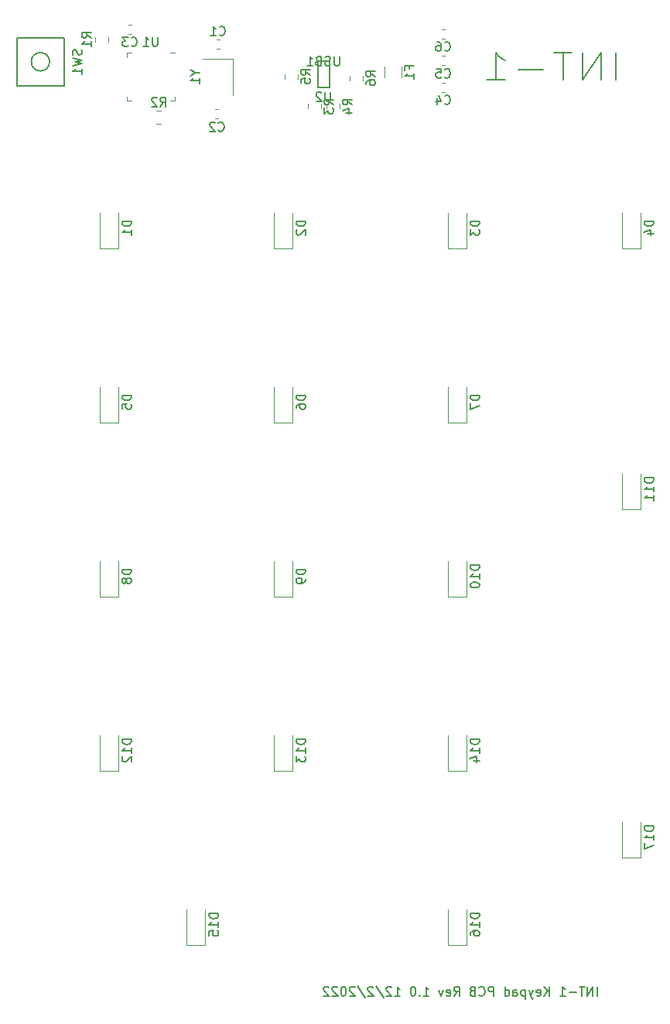
<source format=gbr>
G04 #@! TF.GenerationSoftware,KiCad,Pcbnew,(5.1.4)-1*
G04 #@! TF.CreationDate,2022-02-13T22:58:11-05:00*
G04 #@! TF.ProjectId,INT-1,494e542d-312e-46b6-9963-61645f706362,rev?*
G04 #@! TF.SameCoordinates,Original*
G04 #@! TF.FileFunction,Legend,Bot*
G04 #@! TF.FilePolarity,Positive*
%FSLAX46Y46*%
G04 Gerber Fmt 4.6, Leading zero omitted, Abs format (unit mm)*
G04 Created by KiCad (PCBNEW (5.1.4)-1) date 2022-02-13 22:58:11*
%MOMM*%
%LPD*%
G04 APERTURE LIST*
%ADD10C,0.150000*%
%ADD11C,0.120000*%
G04 APERTURE END LIST*
D10*
X182084380Y-144851380D02*
X182084380Y-143851380D01*
X181608190Y-144851380D02*
X181608190Y-143851380D01*
X181036761Y-144851380D01*
X181036761Y-143851380D01*
X180703428Y-143851380D02*
X180132000Y-143851380D01*
X180417714Y-144851380D02*
X180417714Y-143851380D01*
X179798666Y-144470428D02*
X179036761Y-144470428D01*
X178036761Y-144851380D02*
X178608190Y-144851380D01*
X178322476Y-144851380D02*
X178322476Y-143851380D01*
X178417714Y-143994238D01*
X178512952Y-144089476D01*
X178608190Y-144137095D01*
X176846285Y-144851380D02*
X176846285Y-143851380D01*
X176274857Y-144851380D02*
X176703428Y-144279952D01*
X176274857Y-143851380D02*
X176846285Y-144422809D01*
X175465333Y-144803761D02*
X175560571Y-144851380D01*
X175751047Y-144851380D01*
X175846285Y-144803761D01*
X175893904Y-144708523D01*
X175893904Y-144327571D01*
X175846285Y-144232333D01*
X175751047Y-144184714D01*
X175560571Y-144184714D01*
X175465333Y-144232333D01*
X175417714Y-144327571D01*
X175417714Y-144422809D01*
X175893904Y-144518047D01*
X175084380Y-144184714D02*
X174846285Y-144851380D01*
X174608190Y-144184714D02*
X174846285Y-144851380D01*
X174941523Y-145089476D01*
X174989142Y-145137095D01*
X175084380Y-145184714D01*
X174227238Y-144184714D02*
X174227238Y-145184714D01*
X174227238Y-144232333D02*
X174132000Y-144184714D01*
X173941523Y-144184714D01*
X173846285Y-144232333D01*
X173798666Y-144279952D01*
X173751047Y-144375190D01*
X173751047Y-144660904D01*
X173798666Y-144756142D01*
X173846285Y-144803761D01*
X173941523Y-144851380D01*
X174132000Y-144851380D01*
X174227238Y-144803761D01*
X172893904Y-144851380D02*
X172893904Y-144327571D01*
X172941523Y-144232333D01*
X173036761Y-144184714D01*
X173227238Y-144184714D01*
X173322476Y-144232333D01*
X172893904Y-144803761D02*
X172989142Y-144851380D01*
X173227238Y-144851380D01*
X173322476Y-144803761D01*
X173370095Y-144708523D01*
X173370095Y-144613285D01*
X173322476Y-144518047D01*
X173227238Y-144470428D01*
X172989142Y-144470428D01*
X172893904Y-144422809D01*
X171989142Y-144851380D02*
X171989142Y-143851380D01*
X171989142Y-144803761D02*
X172084380Y-144851380D01*
X172274857Y-144851380D01*
X172370095Y-144803761D01*
X172417714Y-144756142D01*
X172465333Y-144660904D01*
X172465333Y-144375190D01*
X172417714Y-144279952D01*
X172370095Y-144232333D01*
X172274857Y-144184714D01*
X172084380Y-144184714D01*
X171989142Y-144232333D01*
X170751047Y-144851380D02*
X170751047Y-143851380D01*
X170370095Y-143851380D01*
X170274857Y-143899000D01*
X170227238Y-143946619D01*
X170179619Y-144041857D01*
X170179619Y-144184714D01*
X170227238Y-144279952D01*
X170274857Y-144327571D01*
X170370095Y-144375190D01*
X170751047Y-144375190D01*
X169179619Y-144756142D02*
X169227238Y-144803761D01*
X169370095Y-144851380D01*
X169465333Y-144851380D01*
X169608190Y-144803761D01*
X169703428Y-144708523D01*
X169751047Y-144613285D01*
X169798666Y-144422809D01*
X169798666Y-144279952D01*
X169751047Y-144089476D01*
X169703428Y-143994238D01*
X169608190Y-143899000D01*
X169465333Y-143851380D01*
X169370095Y-143851380D01*
X169227238Y-143899000D01*
X169179619Y-143946619D01*
X168417714Y-144327571D02*
X168274857Y-144375190D01*
X168227238Y-144422809D01*
X168179619Y-144518047D01*
X168179619Y-144660904D01*
X168227238Y-144756142D01*
X168274857Y-144803761D01*
X168370095Y-144851380D01*
X168751047Y-144851380D01*
X168751047Y-143851380D01*
X168417714Y-143851380D01*
X168322476Y-143899000D01*
X168274857Y-143946619D01*
X168227238Y-144041857D01*
X168227238Y-144137095D01*
X168274857Y-144232333D01*
X168322476Y-144279952D01*
X168417714Y-144327571D01*
X168751047Y-144327571D01*
X166417714Y-144851380D02*
X166751047Y-144375190D01*
X166989142Y-144851380D02*
X166989142Y-143851380D01*
X166608190Y-143851380D01*
X166512952Y-143899000D01*
X166465333Y-143946619D01*
X166417714Y-144041857D01*
X166417714Y-144184714D01*
X166465333Y-144279952D01*
X166512952Y-144327571D01*
X166608190Y-144375190D01*
X166989142Y-144375190D01*
X165608190Y-144803761D02*
X165703428Y-144851380D01*
X165893904Y-144851380D01*
X165989142Y-144803761D01*
X166036761Y-144708523D01*
X166036761Y-144327571D01*
X165989142Y-144232333D01*
X165893904Y-144184714D01*
X165703428Y-144184714D01*
X165608190Y-144232333D01*
X165560571Y-144327571D01*
X165560571Y-144422809D01*
X166036761Y-144518047D01*
X165227238Y-144184714D02*
X164989142Y-144851380D01*
X164751047Y-144184714D01*
X163084380Y-144851380D02*
X163655809Y-144851380D01*
X163370095Y-144851380D02*
X163370095Y-143851380D01*
X163465333Y-143994238D01*
X163560571Y-144089476D01*
X163655809Y-144137095D01*
X162655809Y-144756142D02*
X162608190Y-144803761D01*
X162655809Y-144851380D01*
X162703428Y-144803761D01*
X162655809Y-144756142D01*
X162655809Y-144851380D01*
X161989142Y-143851380D02*
X161893904Y-143851380D01*
X161798666Y-143899000D01*
X161751047Y-143946619D01*
X161703428Y-144041857D01*
X161655809Y-144232333D01*
X161655809Y-144470428D01*
X161703428Y-144660904D01*
X161751047Y-144756142D01*
X161798666Y-144803761D01*
X161893904Y-144851380D01*
X161989142Y-144851380D01*
X162084380Y-144803761D01*
X162132000Y-144756142D01*
X162179619Y-144660904D01*
X162227238Y-144470428D01*
X162227238Y-144232333D01*
X162179619Y-144041857D01*
X162132000Y-143946619D01*
X162084380Y-143899000D01*
X161989142Y-143851380D01*
X159941523Y-144851380D02*
X160512952Y-144851380D01*
X160227238Y-144851380D02*
X160227238Y-143851380D01*
X160322476Y-143994238D01*
X160417714Y-144089476D01*
X160512952Y-144137095D01*
X159560571Y-143946619D02*
X159512952Y-143899000D01*
X159417714Y-143851380D01*
X159179619Y-143851380D01*
X159084380Y-143899000D01*
X159036761Y-143946619D01*
X158989142Y-144041857D01*
X158989142Y-144137095D01*
X159036761Y-144279952D01*
X159608190Y-144851380D01*
X158989142Y-144851380D01*
X157846285Y-143803761D02*
X158703428Y-145089476D01*
X157560571Y-143946619D02*
X157512952Y-143899000D01*
X157417714Y-143851380D01*
X157179619Y-143851380D01*
X157084380Y-143899000D01*
X157036761Y-143946619D01*
X156989142Y-144041857D01*
X156989142Y-144137095D01*
X157036761Y-144279952D01*
X157608190Y-144851380D01*
X156989142Y-144851380D01*
X155846285Y-143803761D02*
X156703428Y-145089476D01*
X155560571Y-143946619D02*
X155512952Y-143899000D01*
X155417714Y-143851380D01*
X155179619Y-143851380D01*
X155084380Y-143899000D01*
X155036761Y-143946619D01*
X154989142Y-144041857D01*
X154989142Y-144137095D01*
X155036761Y-144279952D01*
X155608190Y-144851380D01*
X154989142Y-144851380D01*
X154370095Y-143851380D02*
X154274857Y-143851380D01*
X154179619Y-143899000D01*
X154132000Y-143946619D01*
X154084380Y-144041857D01*
X154036761Y-144232333D01*
X154036761Y-144470428D01*
X154084380Y-144660904D01*
X154132000Y-144756142D01*
X154179619Y-144803761D01*
X154274857Y-144851380D01*
X154370095Y-144851380D01*
X154465333Y-144803761D01*
X154512952Y-144756142D01*
X154560571Y-144660904D01*
X154608190Y-144470428D01*
X154608190Y-144232333D01*
X154560571Y-144041857D01*
X154512952Y-143946619D01*
X154465333Y-143899000D01*
X154370095Y-143851380D01*
X153655809Y-143946619D02*
X153608190Y-143899000D01*
X153512952Y-143851380D01*
X153274857Y-143851380D01*
X153179619Y-143899000D01*
X153132000Y-143946619D01*
X153084380Y-144041857D01*
X153084380Y-144137095D01*
X153132000Y-144279952D01*
X153703428Y-144851380D01*
X153084380Y-144851380D01*
X152703428Y-143946619D02*
X152655809Y-143899000D01*
X152560571Y-143851380D01*
X152322476Y-143851380D01*
X152227238Y-143899000D01*
X152179619Y-143946619D01*
X152132000Y-144041857D01*
X152132000Y-144137095D01*
X152179619Y-144279952D01*
X152751047Y-144851380D01*
X152132000Y-144851380D01*
X184165000Y-44664142D02*
X184165000Y-41664142D01*
X182498333Y-44664142D02*
X182498333Y-41664142D01*
X180498333Y-44664142D01*
X180498333Y-41664142D01*
X179331666Y-41664142D02*
X177331666Y-41664142D01*
X178331666Y-44664142D02*
X178331666Y-41664142D01*
X176165000Y-43521285D02*
X173498333Y-43521285D01*
X169998333Y-44664142D02*
X171998333Y-44664142D01*
X170998333Y-44664142D02*
X170998333Y-41664142D01*
X171331666Y-42092714D01*
X171665000Y-42378428D01*
X171998333Y-42521285D01*
D11*
X142239000Y-42323000D02*
X142239000Y-46323000D01*
X138939000Y-42323000D02*
X142239000Y-42323000D01*
D10*
X151496000Y-42619000D02*
X151496000Y-45519000D01*
X151496000Y-42619000D02*
X152796000Y-42619000D01*
X152796000Y-42619000D02*
X152796000Y-45519000D01*
X152796000Y-45519000D02*
X151496000Y-45519000D01*
D11*
X135358000Y-41713000D02*
X135833000Y-41713000D01*
X130613000Y-46933000D02*
X130613000Y-46458000D01*
X131088000Y-46933000D02*
X130613000Y-46933000D01*
X135833000Y-46933000D02*
X135833000Y-46458000D01*
X135358000Y-46933000D02*
X135833000Y-46933000D01*
X130613000Y-41713000D02*
X130613000Y-42188000D01*
X131088000Y-41713000D02*
X130613000Y-41713000D01*
D10*
X118558000Y-40072000D02*
X118558000Y-45272000D01*
X118558000Y-45272000D02*
X123758000Y-45272000D01*
X123758000Y-45272000D02*
X123758000Y-40072000D01*
X123758000Y-40072000D02*
X118558000Y-40072000D01*
X122158000Y-42672000D02*
G75*
G03X122158000Y-42672000I-1000000J0D01*
G01*
D11*
X154992000Y-44708578D02*
X154992000Y-44191422D01*
X156412000Y-44708578D02*
X156412000Y-44191422D01*
X147880000Y-44533078D02*
X147880000Y-44015922D01*
X149300000Y-44533078D02*
X149300000Y-44015922D01*
X152452000Y-47805078D02*
X152452000Y-47287922D01*
X153872000Y-47805078D02*
X153872000Y-47287922D01*
X150420000Y-47805078D02*
X150420000Y-47287922D01*
X151840000Y-47805078D02*
X151840000Y-47287922D01*
X134370578Y-49478000D02*
X133853422Y-49478000D01*
X134370578Y-48058000D02*
X133853422Y-48058000D01*
X128599000Y-39951922D02*
X128599000Y-40469078D01*
X127179000Y-39951922D02*
X127179000Y-40469078D01*
X158856000Y-44417064D02*
X158856000Y-43212936D01*
X160676000Y-44417064D02*
X160676000Y-43212936D01*
X186801000Y-129758000D02*
X186801000Y-125858000D01*
X184801000Y-129758000D02*
X184801000Y-125858000D01*
X186801000Y-129758000D02*
X184801000Y-129758000D01*
X167751000Y-139283000D02*
X167751000Y-135383000D01*
X165751000Y-139283000D02*
X165751000Y-135383000D01*
X167751000Y-139283000D02*
X165751000Y-139283000D01*
X139176000Y-139283000D02*
X139176000Y-135383000D01*
X137176000Y-139283000D02*
X137176000Y-135383000D01*
X139176000Y-139283000D02*
X137176000Y-139283000D01*
X167751000Y-120233000D02*
X167751000Y-116333000D01*
X165751000Y-120233000D02*
X165751000Y-116333000D01*
X167751000Y-120233000D02*
X165751000Y-120233000D01*
X148701000Y-120233000D02*
X148701000Y-116333000D01*
X146701000Y-120233000D02*
X146701000Y-116333000D01*
X148701000Y-120233000D02*
X146701000Y-120233000D01*
X129651000Y-120233000D02*
X129651000Y-116333000D01*
X127651000Y-120233000D02*
X127651000Y-116333000D01*
X129651000Y-120233000D02*
X127651000Y-120233000D01*
X186801000Y-91658000D02*
X186801000Y-87758000D01*
X184801000Y-91658000D02*
X184801000Y-87758000D01*
X186801000Y-91658000D02*
X184801000Y-91658000D01*
X167751000Y-101183000D02*
X167751000Y-97283000D01*
X165751000Y-101183000D02*
X165751000Y-97283000D01*
X167751000Y-101183000D02*
X165751000Y-101183000D01*
X148701000Y-101183000D02*
X148701000Y-97283000D01*
X146701000Y-101183000D02*
X146701000Y-97283000D01*
X148701000Y-101183000D02*
X146701000Y-101183000D01*
X129651000Y-101183000D02*
X129651000Y-97283000D01*
X127651000Y-101183000D02*
X127651000Y-97283000D01*
X129651000Y-101183000D02*
X127651000Y-101183000D01*
X167751000Y-82133000D02*
X167751000Y-78233000D01*
X165751000Y-82133000D02*
X165751000Y-78233000D01*
X167751000Y-82133000D02*
X165751000Y-82133000D01*
X148701000Y-82133000D02*
X148701000Y-78233000D01*
X146701000Y-82133000D02*
X146701000Y-78233000D01*
X148701000Y-82133000D02*
X146701000Y-82133000D01*
X129651000Y-82133000D02*
X129651000Y-78233000D01*
X127651000Y-82133000D02*
X127651000Y-78233000D01*
X129651000Y-82133000D02*
X127651000Y-82133000D01*
X186801000Y-63083000D02*
X186801000Y-59183000D01*
X184801000Y-63083000D02*
X184801000Y-59183000D01*
X186801000Y-63083000D02*
X184801000Y-63083000D01*
X167751000Y-63083000D02*
X167751000Y-59183000D01*
X165751000Y-63083000D02*
X165751000Y-59183000D01*
X167751000Y-63083000D02*
X165751000Y-63083000D01*
X148701000Y-63083000D02*
X148701000Y-59183000D01*
X146701000Y-63083000D02*
X146701000Y-59183000D01*
X148701000Y-63083000D02*
X146701000Y-63083000D01*
X129651000Y-63083000D02*
X129651000Y-59183000D01*
X127651000Y-63083000D02*
X127651000Y-59183000D01*
X129651000Y-63083000D02*
X127651000Y-63083000D01*
X165064221Y-39114000D02*
X165389779Y-39114000D01*
X165064221Y-40134000D02*
X165389779Y-40134000D01*
X165064221Y-42035000D02*
X165389779Y-42035000D01*
X165064221Y-43055000D02*
X165389779Y-43055000D01*
X165064221Y-44956000D02*
X165389779Y-44956000D01*
X165064221Y-45976000D02*
X165389779Y-45976000D01*
X130774221Y-38606000D02*
X131099779Y-38606000D01*
X130774221Y-39626000D02*
X131099779Y-39626000D01*
X140299221Y-47877000D02*
X140624779Y-47877000D01*
X140299221Y-48897000D02*
X140624779Y-48897000D01*
X140751779Y-41277000D02*
X140426221Y-41277000D01*
X140751779Y-40257000D02*
X140426221Y-40257000D01*
D10*
X138115190Y-43846809D02*
X138591380Y-43846809D01*
X137591380Y-43513476D02*
X138115190Y-43846809D01*
X137591380Y-44180142D01*
X138591380Y-45037285D02*
X138591380Y-44465857D01*
X138591380Y-44751571D02*
X137591380Y-44751571D01*
X137734238Y-44656333D01*
X137829476Y-44561095D01*
X137877095Y-44465857D01*
X153884095Y-42103380D02*
X153884095Y-42912904D01*
X153836476Y-43008142D01*
X153788857Y-43055761D01*
X153693619Y-43103380D01*
X153503142Y-43103380D01*
X153407904Y-43055761D01*
X153360285Y-43008142D01*
X153312666Y-42912904D01*
X153312666Y-42103380D01*
X152884095Y-43055761D02*
X152741238Y-43103380D01*
X152503142Y-43103380D01*
X152407904Y-43055761D01*
X152360285Y-43008142D01*
X152312666Y-42912904D01*
X152312666Y-42817666D01*
X152360285Y-42722428D01*
X152407904Y-42674809D01*
X152503142Y-42627190D01*
X152693619Y-42579571D01*
X152788857Y-42531952D01*
X152836476Y-42484333D01*
X152884095Y-42389095D01*
X152884095Y-42293857D01*
X152836476Y-42198619D01*
X152788857Y-42151000D01*
X152693619Y-42103380D01*
X152455523Y-42103380D01*
X152312666Y-42151000D01*
X151550761Y-42579571D02*
X151407904Y-42627190D01*
X151360285Y-42674809D01*
X151312666Y-42770047D01*
X151312666Y-42912904D01*
X151360285Y-43008142D01*
X151407904Y-43055761D01*
X151503142Y-43103380D01*
X151884095Y-43103380D01*
X151884095Y-42103380D01*
X151550761Y-42103380D01*
X151455523Y-42151000D01*
X151407904Y-42198619D01*
X151360285Y-42293857D01*
X151360285Y-42389095D01*
X151407904Y-42484333D01*
X151455523Y-42531952D01*
X151550761Y-42579571D01*
X151884095Y-42579571D01*
X150360285Y-43103380D02*
X150931714Y-43103380D01*
X150646000Y-43103380D02*
X150646000Y-42103380D01*
X150741238Y-42246238D01*
X150836476Y-42341476D01*
X150931714Y-42389095D01*
X152907904Y-45971380D02*
X152907904Y-46780904D01*
X152860285Y-46876142D01*
X152812666Y-46923761D01*
X152717428Y-46971380D01*
X152526952Y-46971380D01*
X152431714Y-46923761D01*
X152384095Y-46876142D01*
X152336476Y-46780904D01*
X152336476Y-45971380D01*
X151907904Y-46066619D02*
X151860285Y-46019000D01*
X151765047Y-45971380D01*
X151526952Y-45971380D01*
X151431714Y-46019000D01*
X151384095Y-46066619D01*
X151336476Y-46161857D01*
X151336476Y-46257095D01*
X151384095Y-46399952D01*
X151955523Y-46971380D01*
X151336476Y-46971380D01*
X133984904Y-39955380D02*
X133984904Y-40764904D01*
X133937285Y-40860142D01*
X133889666Y-40907761D01*
X133794428Y-40955380D01*
X133603952Y-40955380D01*
X133508714Y-40907761D01*
X133461095Y-40860142D01*
X133413476Y-40764904D01*
X133413476Y-39955380D01*
X132413476Y-40955380D02*
X132984904Y-40955380D01*
X132699190Y-40955380D02*
X132699190Y-39955380D01*
X132794428Y-40098238D01*
X132889666Y-40193476D01*
X132984904Y-40241095D01*
X125626761Y-41338666D02*
X125674380Y-41481523D01*
X125674380Y-41719619D01*
X125626761Y-41814857D01*
X125579142Y-41862476D01*
X125483904Y-41910095D01*
X125388666Y-41910095D01*
X125293428Y-41862476D01*
X125245809Y-41814857D01*
X125198190Y-41719619D01*
X125150571Y-41529142D01*
X125102952Y-41433904D01*
X125055333Y-41386285D01*
X124960095Y-41338666D01*
X124864857Y-41338666D01*
X124769619Y-41386285D01*
X124722000Y-41433904D01*
X124674380Y-41529142D01*
X124674380Y-41767238D01*
X124722000Y-41910095D01*
X124674380Y-42243428D02*
X125674380Y-42481523D01*
X124960095Y-42672000D01*
X125674380Y-42862476D01*
X124674380Y-43100571D01*
X125674380Y-44005333D02*
X125674380Y-43433904D01*
X125674380Y-43719619D02*
X124674380Y-43719619D01*
X124817238Y-43624380D01*
X124912476Y-43529142D01*
X124960095Y-43433904D01*
X157804380Y-44283333D02*
X157328190Y-43950000D01*
X157804380Y-43711904D02*
X156804380Y-43711904D01*
X156804380Y-44092857D01*
X156852000Y-44188095D01*
X156899619Y-44235714D01*
X156994857Y-44283333D01*
X157137714Y-44283333D01*
X157232952Y-44235714D01*
X157280571Y-44188095D01*
X157328190Y-44092857D01*
X157328190Y-43711904D01*
X156804380Y-45140476D02*
X156804380Y-44950000D01*
X156852000Y-44854761D01*
X156899619Y-44807142D01*
X157042476Y-44711904D01*
X157232952Y-44664285D01*
X157613904Y-44664285D01*
X157709142Y-44711904D01*
X157756761Y-44759523D01*
X157804380Y-44854761D01*
X157804380Y-45045238D01*
X157756761Y-45140476D01*
X157709142Y-45188095D01*
X157613904Y-45235714D01*
X157375809Y-45235714D01*
X157280571Y-45188095D01*
X157232952Y-45140476D01*
X157185333Y-45045238D01*
X157185333Y-44854761D01*
X157232952Y-44759523D01*
X157280571Y-44711904D01*
X157375809Y-44664285D01*
X150692380Y-44107833D02*
X150216190Y-43774500D01*
X150692380Y-43536404D02*
X149692380Y-43536404D01*
X149692380Y-43917357D01*
X149740000Y-44012595D01*
X149787619Y-44060214D01*
X149882857Y-44107833D01*
X150025714Y-44107833D01*
X150120952Y-44060214D01*
X150168571Y-44012595D01*
X150216190Y-43917357D01*
X150216190Y-43536404D01*
X149692380Y-45012595D02*
X149692380Y-44536404D01*
X150168571Y-44488785D01*
X150120952Y-44536404D01*
X150073333Y-44631642D01*
X150073333Y-44869738D01*
X150120952Y-44964976D01*
X150168571Y-45012595D01*
X150263809Y-45060214D01*
X150501904Y-45060214D01*
X150597142Y-45012595D01*
X150644761Y-44964976D01*
X150692380Y-44869738D01*
X150692380Y-44631642D01*
X150644761Y-44536404D01*
X150597142Y-44488785D01*
X155264380Y-47379833D02*
X154788190Y-47046500D01*
X155264380Y-46808404D02*
X154264380Y-46808404D01*
X154264380Y-47189357D01*
X154312000Y-47284595D01*
X154359619Y-47332214D01*
X154454857Y-47379833D01*
X154597714Y-47379833D01*
X154692952Y-47332214D01*
X154740571Y-47284595D01*
X154788190Y-47189357D01*
X154788190Y-46808404D01*
X154597714Y-48236976D02*
X155264380Y-48236976D01*
X154216761Y-47998880D02*
X154931047Y-47760785D01*
X154931047Y-48379833D01*
X153232380Y-47379833D02*
X152756190Y-47046500D01*
X153232380Y-46808404D02*
X152232380Y-46808404D01*
X152232380Y-47189357D01*
X152280000Y-47284595D01*
X152327619Y-47332214D01*
X152422857Y-47379833D01*
X152565714Y-47379833D01*
X152660952Y-47332214D01*
X152708571Y-47284595D01*
X152756190Y-47189357D01*
X152756190Y-46808404D01*
X152232380Y-47713166D02*
X152232380Y-48332214D01*
X152613333Y-47998880D01*
X152613333Y-48141738D01*
X152660952Y-48236976D01*
X152708571Y-48284595D01*
X152803809Y-48332214D01*
X153041904Y-48332214D01*
X153137142Y-48284595D01*
X153184761Y-48236976D01*
X153232380Y-48141738D01*
X153232380Y-47856023D01*
X153184761Y-47760785D01*
X153137142Y-47713166D01*
X134278666Y-47570380D02*
X134612000Y-47094190D01*
X134850095Y-47570380D02*
X134850095Y-46570380D01*
X134469142Y-46570380D01*
X134373904Y-46618000D01*
X134326285Y-46665619D01*
X134278666Y-46760857D01*
X134278666Y-46903714D01*
X134326285Y-46998952D01*
X134373904Y-47046571D01*
X134469142Y-47094190D01*
X134850095Y-47094190D01*
X133897714Y-46665619D02*
X133850095Y-46618000D01*
X133754857Y-46570380D01*
X133516761Y-46570380D01*
X133421523Y-46618000D01*
X133373904Y-46665619D01*
X133326285Y-46760857D01*
X133326285Y-46856095D01*
X133373904Y-46998952D01*
X133945333Y-47570380D01*
X133326285Y-47570380D01*
X126691380Y-40043833D02*
X126215190Y-39710500D01*
X126691380Y-39472404D02*
X125691380Y-39472404D01*
X125691380Y-39853357D01*
X125739000Y-39948595D01*
X125786619Y-39996214D01*
X125881857Y-40043833D01*
X126024714Y-40043833D01*
X126119952Y-39996214D01*
X126167571Y-39948595D01*
X126215190Y-39853357D01*
X126215190Y-39472404D01*
X126691380Y-40996214D02*
X126691380Y-40424785D01*
X126691380Y-40710500D02*
X125691380Y-40710500D01*
X125834238Y-40615261D01*
X125929476Y-40520023D01*
X125977095Y-40424785D01*
X161514571Y-43481666D02*
X161514571Y-43148333D01*
X162038380Y-43148333D02*
X161038380Y-43148333D01*
X161038380Y-43624523D01*
X162038380Y-44529285D02*
X162038380Y-43957857D01*
X162038380Y-44243571D02*
X161038380Y-44243571D01*
X161181238Y-44148333D01*
X161276476Y-44053095D01*
X161324095Y-43957857D01*
X188253380Y-126293714D02*
X187253380Y-126293714D01*
X187253380Y-126531809D01*
X187301000Y-126674666D01*
X187396238Y-126769904D01*
X187491476Y-126817523D01*
X187681952Y-126865142D01*
X187824809Y-126865142D01*
X188015285Y-126817523D01*
X188110523Y-126769904D01*
X188205761Y-126674666D01*
X188253380Y-126531809D01*
X188253380Y-126293714D01*
X188253380Y-127817523D02*
X188253380Y-127246095D01*
X188253380Y-127531809D02*
X187253380Y-127531809D01*
X187396238Y-127436571D01*
X187491476Y-127341333D01*
X187539095Y-127246095D01*
X187253380Y-128150857D02*
X187253380Y-128817523D01*
X188253380Y-128388952D01*
X169203380Y-135818714D02*
X168203380Y-135818714D01*
X168203380Y-136056809D01*
X168251000Y-136199666D01*
X168346238Y-136294904D01*
X168441476Y-136342523D01*
X168631952Y-136390142D01*
X168774809Y-136390142D01*
X168965285Y-136342523D01*
X169060523Y-136294904D01*
X169155761Y-136199666D01*
X169203380Y-136056809D01*
X169203380Y-135818714D01*
X169203380Y-137342523D02*
X169203380Y-136771095D01*
X169203380Y-137056809D02*
X168203380Y-137056809D01*
X168346238Y-136961571D01*
X168441476Y-136866333D01*
X168489095Y-136771095D01*
X168203380Y-138199666D02*
X168203380Y-138009190D01*
X168251000Y-137913952D01*
X168298619Y-137866333D01*
X168441476Y-137771095D01*
X168631952Y-137723476D01*
X169012904Y-137723476D01*
X169108142Y-137771095D01*
X169155761Y-137818714D01*
X169203380Y-137913952D01*
X169203380Y-138104428D01*
X169155761Y-138199666D01*
X169108142Y-138247285D01*
X169012904Y-138294904D01*
X168774809Y-138294904D01*
X168679571Y-138247285D01*
X168631952Y-138199666D01*
X168584333Y-138104428D01*
X168584333Y-137913952D01*
X168631952Y-137818714D01*
X168679571Y-137771095D01*
X168774809Y-137723476D01*
X140628380Y-135818714D02*
X139628380Y-135818714D01*
X139628380Y-136056809D01*
X139676000Y-136199666D01*
X139771238Y-136294904D01*
X139866476Y-136342523D01*
X140056952Y-136390142D01*
X140199809Y-136390142D01*
X140390285Y-136342523D01*
X140485523Y-136294904D01*
X140580761Y-136199666D01*
X140628380Y-136056809D01*
X140628380Y-135818714D01*
X140628380Y-137342523D02*
X140628380Y-136771095D01*
X140628380Y-137056809D02*
X139628380Y-137056809D01*
X139771238Y-136961571D01*
X139866476Y-136866333D01*
X139914095Y-136771095D01*
X139628380Y-138247285D02*
X139628380Y-137771095D01*
X140104571Y-137723476D01*
X140056952Y-137771095D01*
X140009333Y-137866333D01*
X140009333Y-138104428D01*
X140056952Y-138199666D01*
X140104571Y-138247285D01*
X140199809Y-138294904D01*
X140437904Y-138294904D01*
X140533142Y-138247285D01*
X140580761Y-138199666D01*
X140628380Y-138104428D01*
X140628380Y-137866333D01*
X140580761Y-137771095D01*
X140533142Y-137723476D01*
X169203380Y-116768714D02*
X168203380Y-116768714D01*
X168203380Y-117006809D01*
X168251000Y-117149666D01*
X168346238Y-117244904D01*
X168441476Y-117292523D01*
X168631952Y-117340142D01*
X168774809Y-117340142D01*
X168965285Y-117292523D01*
X169060523Y-117244904D01*
X169155761Y-117149666D01*
X169203380Y-117006809D01*
X169203380Y-116768714D01*
X169203380Y-118292523D02*
X169203380Y-117721095D01*
X169203380Y-118006809D02*
X168203380Y-118006809D01*
X168346238Y-117911571D01*
X168441476Y-117816333D01*
X168489095Y-117721095D01*
X168536714Y-119149666D02*
X169203380Y-119149666D01*
X168155761Y-118911571D02*
X168870047Y-118673476D01*
X168870047Y-119292523D01*
X150153380Y-116768714D02*
X149153380Y-116768714D01*
X149153380Y-117006809D01*
X149201000Y-117149666D01*
X149296238Y-117244904D01*
X149391476Y-117292523D01*
X149581952Y-117340142D01*
X149724809Y-117340142D01*
X149915285Y-117292523D01*
X150010523Y-117244904D01*
X150105761Y-117149666D01*
X150153380Y-117006809D01*
X150153380Y-116768714D01*
X150153380Y-118292523D02*
X150153380Y-117721095D01*
X150153380Y-118006809D02*
X149153380Y-118006809D01*
X149296238Y-117911571D01*
X149391476Y-117816333D01*
X149439095Y-117721095D01*
X149153380Y-118625857D02*
X149153380Y-119244904D01*
X149534333Y-118911571D01*
X149534333Y-119054428D01*
X149581952Y-119149666D01*
X149629571Y-119197285D01*
X149724809Y-119244904D01*
X149962904Y-119244904D01*
X150058142Y-119197285D01*
X150105761Y-119149666D01*
X150153380Y-119054428D01*
X150153380Y-118768714D01*
X150105761Y-118673476D01*
X150058142Y-118625857D01*
X131103380Y-116768714D02*
X130103380Y-116768714D01*
X130103380Y-117006809D01*
X130151000Y-117149666D01*
X130246238Y-117244904D01*
X130341476Y-117292523D01*
X130531952Y-117340142D01*
X130674809Y-117340142D01*
X130865285Y-117292523D01*
X130960523Y-117244904D01*
X131055761Y-117149666D01*
X131103380Y-117006809D01*
X131103380Y-116768714D01*
X131103380Y-118292523D02*
X131103380Y-117721095D01*
X131103380Y-118006809D02*
X130103380Y-118006809D01*
X130246238Y-117911571D01*
X130341476Y-117816333D01*
X130389095Y-117721095D01*
X130198619Y-118673476D02*
X130151000Y-118721095D01*
X130103380Y-118816333D01*
X130103380Y-119054428D01*
X130151000Y-119149666D01*
X130198619Y-119197285D01*
X130293857Y-119244904D01*
X130389095Y-119244904D01*
X130531952Y-119197285D01*
X131103380Y-118625857D01*
X131103380Y-119244904D01*
X188253380Y-88193714D02*
X187253380Y-88193714D01*
X187253380Y-88431809D01*
X187301000Y-88574666D01*
X187396238Y-88669904D01*
X187491476Y-88717523D01*
X187681952Y-88765142D01*
X187824809Y-88765142D01*
X188015285Y-88717523D01*
X188110523Y-88669904D01*
X188205761Y-88574666D01*
X188253380Y-88431809D01*
X188253380Y-88193714D01*
X188253380Y-89717523D02*
X188253380Y-89146095D01*
X188253380Y-89431809D02*
X187253380Y-89431809D01*
X187396238Y-89336571D01*
X187491476Y-89241333D01*
X187539095Y-89146095D01*
X188253380Y-90669904D02*
X188253380Y-90098476D01*
X188253380Y-90384190D02*
X187253380Y-90384190D01*
X187396238Y-90288952D01*
X187491476Y-90193714D01*
X187539095Y-90098476D01*
X169203380Y-97718714D02*
X168203380Y-97718714D01*
X168203380Y-97956809D01*
X168251000Y-98099666D01*
X168346238Y-98194904D01*
X168441476Y-98242523D01*
X168631952Y-98290142D01*
X168774809Y-98290142D01*
X168965285Y-98242523D01*
X169060523Y-98194904D01*
X169155761Y-98099666D01*
X169203380Y-97956809D01*
X169203380Y-97718714D01*
X169203380Y-99242523D02*
X169203380Y-98671095D01*
X169203380Y-98956809D02*
X168203380Y-98956809D01*
X168346238Y-98861571D01*
X168441476Y-98766333D01*
X168489095Y-98671095D01*
X168203380Y-99861571D02*
X168203380Y-99956809D01*
X168251000Y-100052047D01*
X168298619Y-100099666D01*
X168393857Y-100147285D01*
X168584333Y-100194904D01*
X168822428Y-100194904D01*
X169012904Y-100147285D01*
X169108142Y-100099666D01*
X169155761Y-100052047D01*
X169203380Y-99956809D01*
X169203380Y-99861571D01*
X169155761Y-99766333D01*
X169108142Y-99718714D01*
X169012904Y-99671095D01*
X168822428Y-99623476D01*
X168584333Y-99623476D01*
X168393857Y-99671095D01*
X168298619Y-99718714D01*
X168251000Y-99766333D01*
X168203380Y-99861571D01*
X150153380Y-98194904D02*
X149153380Y-98194904D01*
X149153380Y-98433000D01*
X149201000Y-98575857D01*
X149296238Y-98671095D01*
X149391476Y-98718714D01*
X149581952Y-98766333D01*
X149724809Y-98766333D01*
X149915285Y-98718714D01*
X150010523Y-98671095D01*
X150105761Y-98575857D01*
X150153380Y-98433000D01*
X150153380Y-98194904D01*
X150153380Y-99242523D02*
X150153380Y-99433000D01*
X150105761Y-99528238D01*
X150058142Y-99575857D01*
X149915285Y-99671095D01*
X149724809Y-99718714D01*
X149343857Y-99718714D01*
X149248619Y-99671095D01*
X149201000Y-99623476D01*
X149153380Y-99528238D01*
X149153380Y-99337761D01*
X149201000Y-99242523D01*
X149248619Y-99194904D01*
X149343857Y-99147285D01*
X149581952Y-99147285D01*
X149677190Y-99194904D01*
X149724809Y-99242523D01*
X149772428Y-99337761D01*
X149772428Y-99528238D01*
X149724809Y-99623476D01*
X149677190Y-99671095D01*
X149581952Y-99718714D01*
X131103380Y-98194904D02*
X130103380Y-98194904D01*
X130103380Y-98433000D01*
X130151000Y-98575857D01*
X130246238Y-98671095D01*
X130341476Y-98718714D01*
X130531952Y-98766333D01*
X130674809Y-98766333D01*
X130865285Y-98718714D01*
X130960523Y-98671095D01*
X131055761Y-98575857D01*
X131103380Y-98433000D01*
X131103380Y-98194904D01*
X130531952Y-99337761D02*
X130484333Y-99242523D01*
X130436714Y-99194904D01*
X130341476Y-99147285D01*
X130293857Y-99147285D01*
X130198619Y-99194904D01*
X130151000Y-99242523D01*
X130103380Y-99337761D01*
X130103380Y-99528238D01*
X130151000Y-99623476D01*
X130198619Y-99671095D01*
X130293857Y-99718714D01*
X130341476Y-99718714D01*
X130436714Y-99671095D01*
X130484333Y-99623476D01*
X130531952Y-99528238D01*
X130531952Y-99337761D01*
X130579571Y-99242523D01*
X130627190Y-99194904D01*
X130722428Y-99147285D01*
X130912904Y-99147285D01*
X131008142Y-99194904D01*
X131055761Y-99242523D01*
X131103380Y-99337761D01*
X131103380Y-99528238D01*
X131055761Y-99623476D01*
X131008142Y-99671095D01*
X130912904Y-99718714D01*
X130722428Y-99718714D01*
X130627190Y-99671095D01*
X130579571Y-99623476D01*
X130531952Y-99528238D01*
X169203380Y-79144904D02*
X168203380Y-79144904D01*
X168203380Y-79383000D01*
X168251000Y-79525857D01*
X168346238Y-79621095D01*
X168441476Y-79668714D01*
X168631952Y-79716333D01*
X168774809Y-79716333D01*
X168965285Y-79668714D01*
X169060523Y-79621095D01*
X169155761Y-79525857D01*
X169203380Y-79383000D01*
X169203380Y-79144904D01*
X168203380Y-80049666D02*
X168203380Y-80716333D01*
X169203380Y-80287761D01*
X150153380Y-79144904D02*
X149153380Y-79144904D01*
X149153380Y-79383000D01*
X149201000Y-79525857D01*
X149296238Y-79621095D01*
X149391476Y-79668714D01*
X149581952Y-79716333D01*
X149724809Y-79716333D01*
X149915285Y-79668714D01*
X150010523Y-79621095D01*
X150105761Y-79525857D01*
X150153380Y-79383000D01*
X150153380Y-79144904D01*
X149153380Y-80573476D02*
X149153380Y-80383000D01*
X149201000Y-80287761D01*
X149248619Y-80240142D01*
X149391476Y-80144904D01*
X149581952Y-80097285D01*
X149962904Y-80097285D01*
X150058142Y-80144904D01*
X150105761Y-80192523D01*
X150153380Y-80287761D01*
X150153380Y-80478238D01*
X150105761Y-80573476D01*
X150058142Y-80621095D01*
X149962904Y-80668714D01*
X149724809Y-80668714D01*
X149629571Y-80621095D01*
X149581952Y-80573476D01*
X149534333Y-80478238D01*
X149534333Y-80287761D01*
X149581952Y-80192523D01*
X149629571Y-80144904D01*
X149724809Y-80097285D01*
X131103380Y-79144904D02*
X130103380Y-79144904D01*
X130103380Y-79383000D01*
X130151000Y-79525857D01*
X130246238Y-79621095D01*
X130341476Y-79668714D01*
X130531952Y-79716333D01*
X130674809Y-79716333D01*
X130865285Y-79668714D01*
X130960523Y-79621095D01*
X131055761Y-79525857D01*
X131103380Y-79383000D01*
X131103380Y-79144904D01*
X130103380Y-80621095D02*
X130103380Y-80144904D01*
X130579571Y-80097285D01*
X130531952Y-80144904D01*
X130484333Y-80240142D01*
X130484333Y-80478238D01*
X130531952Y-80573476D01*
X130579571Y-80621095D01*
X130674809Y-80668714D01*
X130912904Y-80668714D01*
X131008142Y-80621095D01*
X131055761Y-80573476D01*
X131103380Y-80478238D01*
X131103380Y-80240142D01*
X131055761Y-80144904D01*
X131008142Y-80097285D01*
X188253380Y-60094904D02*
X187253380Y-60094904D01*
X187253380Y-60333000D01*
X187301000Y-60475857D01*
X187396238Y-60571095D01*
X187491476Y-60618714D01*
X187681952Y-60666333D01*
X187824809Y-60666333D01*
X188015285Y-60618714D01*
X188110523Y-60571095D01*
X188205761Y-60475857D01*
X188253380Y-60333000D01*
X188253380Y-60094904D01*
X187586714Y-61523476D02*
X188253380Y-61523476D01*
X187205761Y-61285380D02*
X187920047Y-61047285D01*
X187920047Y-61666333D01*
X169203380Y-60094904D02*
X168203380Y-60094904D01*
X168203380Y-60333000D01*
X168251000Y-60475857D01*
X168346238Y-60571095D01*
X168441476Y-60618714D01*
X168631952Y-60666333D01*
X168774809Y-60666333D01*
X168965285Y-60618714D01*
X169060523Y-60571095D01*
X169155761Y-60475857D01*
X169203380Y-60333000D01*
X169203380Y-60094904D01*
X168203380Y-60999666D02*
X168203380Y-61618714D01*
X168584333Y-61285380D01*
X168584333Y-61428238D01*
X168631952Y-61523476D01*
X168679571Y-61571095D01*
X168774809Y-61618714D01*
X169012904Y-61618714D01*
X169108142Y-61571095D01*
X169155761Y-61523476D01*
X169203380Y-61428238D01*
X169203380Y-61142523D01*
X169155761Y-61047285D01*
X169108142Y-60999666D01*
X150153380Y-60094904D02*
X149153380Y-60094904D01*
X149153380Y-60333000D01*
X149201000Y-60475857D01*
X149296238Y-60571095D01*
X149391476Y-60618714D01*
X149581952Y-60666333D01*
X149724809Y-60666333D01*
X149915285Y-60618714D01*
X150010523Y-60571095D01*
X150105761Y-60475857D01*
X150153380Y-60333000D01*
X150153380Y-60094904D01*
X149248619Y-61047285D02*
X149201000Y-61094904D01*
X149153380Y-61190142D01*
X149153380Y-61428238D01*
X149201000Y-61523476D01*
X149248619Y-61571095D01*
X149343857Y-61618714D01*
X149439095Y-61618714D01*
X149581952Y-61571095D01*
X150153380Y-60999666D01*
X150153380Y-61618714D01*
X131103380Y-60094904D02*
X130103380Y-60094904D01*
X130103380Y-60333000D01*
X130151000Y-60475857D01*
X130246238Y-60571095D01*
X130341476Y-60618714D01*
X130531952Y-60666333D01*
X130674809Y-60666333D01*
X130865285Y-60618714D01*
X130960523Y-60571095D01*
X131055761Y-60475857D01*
X131103380Y-60333000D01*
X131103380Y-60094904D01*
X131103380Y-61618714D02*
X131103380Y-61047285D01*
X131103380Y-61333000D02*
X130103380Y-61333000D01*
X130246238Y-61237761D01*
X130341476Y-61142523D01*
X130389095Y-61047285D01*
X165393666Y-41411142D02*
X165441285Y-41458761D01*
X165584142Y-41506380D01*
X165679380Y-41506380D01*
X165822238Y-41458761D01*
X165917476Y-41363523D01*
X165965095Y-41268285D01*
X166012714Y-41077809D01*
X166012714Y-40934952D01*
X165965095Y-40744476D01*
X165917476Y-40649238D01*
X165822238Y-40554000D01*
X165679380Y-40506380D01*
X165584142Y-40506380D01*
X165441285Y-40554000D01*
X165393666Y-40601619D01*
X164536523Y-40506380D02*
X164727000Y-40506380D01*
X164822238Y-40554000D01*
X164869857Y-40601619D01*
X164965095Y-40744476D01*
X165012714Y-40934952D01*
X165012714Y-41315904D01*
X164965095Y-41411142D01*
X164917476Y-41458761D01*
X164822238Y-41506380D01*
X164631761Y-41506380D01*
X164536523Y-41458761D01*
X164488904Y-41411142D01*
X164441285Y-41315904D01*
X164441285Y-41077809D01*
X164488904Y-40982571D01*
X164536523Y-40934952D01*
X164631761Y-40887333D01*
X164822238Y-40887333D01*
X164917476Y-40934952D01*
X164965095Y-40982571D01*
X165012714Y-41077809D01*
X165393666Y-44332142D02*
X165441285Y-44379761D01*
X165584142Y-44427380D01*
X165679380Y-44427380D01*
X165822238Y-44379761D01*
X165917476Y-44284523D01*
X165965095Y-44189285D01*
X166012714Y-43998809D01*
X166012714Y-43855952D01*
X165965095Y-43665476D01*
X165917476Y-43570238D01*
X165822238Y-43475000D01*
X165679380Y-43427380D01*
X165584142Y-43427380D01*
X165441285Y-43475000D01*
X165393666Y-43522619D01*
X164488904Y-43427380D02*
X164965095Y-43427380D01*
X165012714Y-43903571D01*
X164965095Y-43855952D01*
X164869857Y-43808333D01*
X164631761Y-43808333D01*
X164536523Y-43855952D01*
X164488904Y-43903571D01*
X164441285Y-43998809D01*
X164441285Y-44236904D01*
X164488904Y-44332142D01*
X164536523Y-44379761D01*
X164631761Y-44427380D01*
X164869857Y-44427380D01*
X164965095Y-44379761D01*
X165012714Y-44332142D01*
X165393666Y-47253142D02*
X165441285Y-47300761D01*
X165584142Y-47348380D01*
X165679380Y-47348380D01*
X165822238Y-47300761D01*
X165917476Y-47205523D01*
X165965095Y-47110285D01*
X166012714Y-46919809D01*
X166012714Y-46776952D01*
X165965095Y-46586476D01*
X165917476Y-46491238D01*
X165822238Y-46396000D01*
X165679380Y-46348380D01*
X165584142Y-46348380D01*
X165441285Y-46396000D01*
X165393666Y-46443619D01*
X164536523Y-46681714D02*
X164536523Y-47348380D01*
X164774619Y-46300761D02*
X165012714Y-47015047D01*
X164393666Y-47015047D01*
X131103666Y-40903142D02*
X131151285Y-40950761D01*
X131294142Y-40998380D01*
X131389380Y-40998380D01*
X131532238Y-40950761D01*
X131627476Y-40855523D01*
X131675095Y-40760285D01*
X131722714Y-40569809D01*
X131722714Y-40426952D01*
X131675095Y-40236476D01*
X131627476Y-40141238D01*
X131532238Y-40046000D01*
X131389380Y-39998380D01*
X131294142Y-39998380D01*
X131151285Y-40046000D01*
X131103666Y-40093619D01*
X130770333Y-39998380D02*
X130151285Y-39998380D01*
X130484619Y-40379333D01*
X130341761Y-40379333D01*
X130246523Y-40426952D01*
X130198904Y-40474571D01*
X130151285Y-40569809D01*
X130151285Y-40807904D01*
X130198904Y-40903142D01*
X130246523Y-40950761D01*
X130341761Y-40998380D01*
X130627476Y-40998380D01*
X130722714Y-40950761D01*
X130770333Y-40903142D01*
X140628666Y-50174142D02*
X140676285Y-50221761D01*
X140819142Y-50269380D01*
X140914380Y-50269380D01*
X141057238Y-50221761D01*
X141152476Y-50126523D01*
X141200095Y-50031285D01*
X141247714Y-49840809D01*
X141247714Y-49697952D01*
X141200095Y-49507476D01*
X141152476Y-49412238D01*
X141057238Y-49317000D01*
X140914380Y-49269380D01*
X140819142Y-49269380D01*
X140676285Y-49317000D01*
X140628666Y-49364619D01*
X140247714Y-49364619D02*
X140200095Y-49317000D01*
X140104857Y-49269380D01*
X139866761Y-49269380D01*
X139771523Y-49317000D01*
X139723904Y-49364619D01*
X139676285Y-49459857D01*
X139676285Y-49555095D01*
X139723904Y-49697952D01*
X140295333Y-50269380D01*
X139676285Y-50269380D01*
X140755666Y-39694142D02*
X140803285Y-39741761D01*
X140946142Y-39789380D01*
X141041380Y-39789380D01*
X141184238Y-39741761D01*
X141279476Y-39646523D01*
X141327095Y-39551285D01*
X141374714Y-39360809D01*
X141374714Y-39217952D01*
X141327095Y-39027476D01*
X141279476Y-38932238D01*
X141184238Y-38837000D01*
X141041380Y-38789380D01*
X140946142Y-38789380D01*
X140803285Y-38837000D01*
X140755666Y-38884619D01*
X139803285Y-39789380D02*
X140374714Y-39789380D01*
X140089000Y-39789380D02*
X140089000Y-38789380D01*
X140184238Y-38932238D01*
X140279476Y-39027476D01*
X140374714Y-39075095D01*
M02*

</source>
